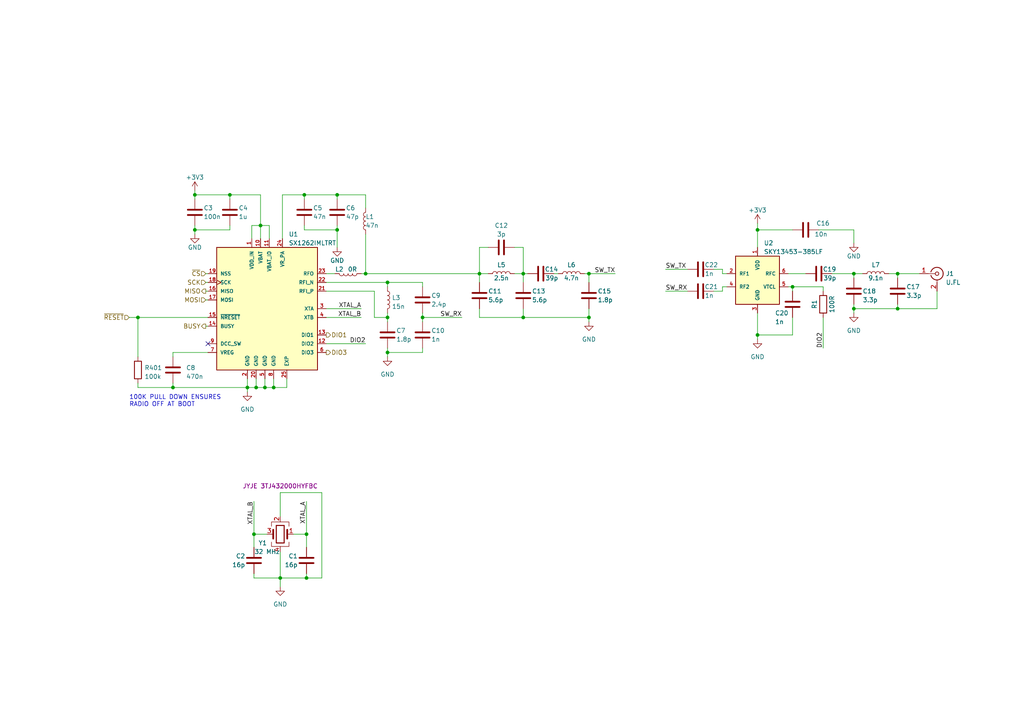
<source format=kicad_sch>
(kicad_sch (version 20230121) (generator eeschema)
  (paper "A4")
  (title_block (title "Digital Radio") (date "2023-06-05"))
  (lib_symbols
    (symbol "Capstone:SKY13453-385LF" (pin_names (offset 1.016))
      (property "Reference" "U" (at 0 8.89 0))
      (property "Value" "SKY13453-385LF" (at -2.54 -8.89 0))
      (symbol "SKY13453-385LF_0_0"
        (rectangle (start -10.16 7.62) (end 2.54 -6.35) (stroke (width 0.254)) (fill (type background)))
      )
      (symbol "SKY13453-385LF_1_0"
        (pin power_in line (at -3.81 10.16 270) (length 2.54) (name "VDD") (number "1"))
        (pin bidirectional line (at -12.7 2.54 0) (length 2.54) (name "RF1") (number "2"))
        (pin power_in line (at -3.81 -8.89 90) (length 2.54) (name "GND") (number "3"))
        (pin bidirectional line (at -12.7 -1.27 0) (length 2.54) (name "RF2") (number "4"))
        (pin passive line (at 5.08 -1.27 180) (length 2.54) (name "VTCL") (number "5"))
        (pin bidirectional line (at 5.08 2.54 180) (length 2.54) (name "RFC") (number "6"))
      )
    )
    (symbol "Capstone:SX1262IMLTRT" (pin_names (offset 1.016))
      (property "Reference" "U" (at -13.97 6.35 0))
      (property "Value" "SX1262IMLTRT" (at 5.08 6.35 0))
      (symbol "SX1262IMLTRT_0_0"
        (rectangle (start -13.97 5.08) (end 15.24 -30.48) (stroke (width 0.254)) (fill (type background)))
      )
      (symbol "SX1262IMLTRT_1_0"
        (pin input line (at -3.81 7.62 270) (length 2.54) (name "VDD_IN") (number "1"))
        (pin power_in line (at -1.27 7.62 270) (length 2.54) (name "VBAT") (number "10"))
        (pin power_in line (at 1.27 7.62 270) (length 2.54) (name "VBAT_IO") (number "11"))
        (pin bidirectional line (at 17.78 -22.86 180) (length 2.54) (name "DIO2") (number "12"))
        (pin bidirectional line (at 17.78 -20.32 180) (length 2.54) (name "DIO1") (number "13"))
        (pin bidirectional line (at -16.51 -17.78 0) (length 2.54) (name "BUSY") (number "14"))
        (pin bidirectional line (at -16.51 -15.24 0) (length 2.54) (name "~{NRESET}") (number "15"))
        (pin output line (at -16.51 -7.62 0) (length 2.54) (name "MISO") (number "16"))
        (pin input line (at -16.51 -10.16 0) (length 2.54) (name "MOSI") (number "17"))
        (pin input clock (at -16.51 -5.08 0) (length 2.54) (name "SCK") (number "18"))
        (pin input line (at -16.51 -2.54 0) (length 2.54) (name "NSS") (number "19"))
        (pin power_in line (at -5.08 -33.02 90) (length 2.54) (name "GND") (number "2"))
        (pin power_in line (at -2.54 -33.02 90) (length 2.54) (name "GND") (number "20"))
        (pin input line (at 17.78 -7.62 180) (length 2.54) (name "RFI_P") (number "21"))
        (pin input line (at 17.78 -5.08 180) (length 2.54) (name "RFI_N") (number "22"))
        (pin output line (at 17.78 -2.54 180) (length 2.54) (name "RFO") (number "23"))
        (pin power_in line (at 5.08 7.62 270) (length 2.54) (name "VR_PA") (number "24"))
        (pin power_in line (at 6.35 -33.02 90) (length 2.54) (name "EXP") (number "25"))
        (pin bidirectional line (at 17.78 -12.7 180) (length 2.54) (name "XTA") (number "3"))
        (pin bidirectional line (at 17.78 -15.24 180) (length 2.54) (name "XTB") (number "4"))
        (pin power_in line (at 0 -33.02 90) (length 2.54) (name "GND") (number "5"))
        (pin bidirectional line (at 17.78 -25.4 180) (length 2.54) (name "DIO3") (number "6"))
        (pin output line (at -16.51 -25.4 0) (length 2.54) (name "VREG") (number "7"))
        (pin power_in line (at 2.54 -33.02 90) (length 2.54) (name "GND") (number "8"))
        (pin output line (at -16.51 -22.86 0) (length 2.54) (name "DCC_SW") (number "9"))
      )
    )
    (symbol "Connector:Conn_Coaxial" (pin_names (offset 1.016) hide)
      (property "Reference" "J" (at 0.254 3.048 0))
      (property "Value" "Conn_Coaxial" (at 2.921 0 90))
      (symbol "Conn_Coaxial_0_1"
        (arc (start -1.778 -0.508) (mid 0.2311 -1.8066) (end 1.778 0) (stroke (width 0.254)))
        (polyline (pts (xy -2.54 0) (xy -0.508 0)))
        (polyline (pts (xy 0 -2.54) (xy 0 -1.778)))
        (circle (center 0 0) (radius 0.508) (stroke (width 0.2032)))
        (arc (start 1.778 0) (mid 0.2099 1.8101) (end -1.778 0.508) (stroke (width 0.254)))
      )
      (symbol "Conn_Coaxial_1_1"
        (pin passive line (at -5.08 0 0) (length 2.54) (name "In") (number "1"))
        (pin passive line (at 0 -5.08 90) (length 2.54) (name "Ext") (number "2"))
      )
    )
    (symbol "Device:C" (pin_numbers hide) (pin_names (offset 0.254))
      (property "Reference" "C" (at 0.635 2.54 0))
      (property "Value" "C" (at 0.635 -2.54 0))
      (symbol "C_0_1"
        (polyline (pts (xy -2.032 -0.762) (xy 2.032 -0.762)) (stroke (width 0.508)))
        (polyline (pts (xy -2.032 0.762) (xy 2.032 0.762)) (stroke (width 0.508)))
      )
      (symbol "C_1_1"
        (pin passive line (at 0 3.81 270) (length 2.794) (name "~") (number "1"))
        (pin passive line (at 0 -3.81 90) (length 2.794) (name "~") (number "2"))
      )
    )
    (symbol "Device:Crystal_GND24" (pin_names (offset 1.016) hide)
      (property "Reference" "Y" (at 3.175 5.08 0))
      (property "Value" "Crystal_GND24" (at 3.175 3.175 0))
      (symbol "Crystal_GND24_0_1"
        (rectangle (start -1.143 2.54) (end 1.143 -2.54) (stroke (width 0.3048)))
        (polyline (pts (xy -2.54 0) (xy -2.032 0)))
        (polyline (pts (xy -2.032 -1.27) (xy -2.032 1.27)) (stroke (width 0.508)))
        (polyline (pts (xy 0 -3.81) (xy 0 -3.556)))
        (polyline (pts (xy 0 3.556) (xy 0 3.81)))
        (polyline (pts (xy 2.032 -1.27) (xy 2.032 1.27)) (stroke (width 0.508)))
        (polyline (pts (xy 2.032 0) (xy 2.54 0)))
        (polyline (pts (xy -2.54 -2.286) (xy -2.54 -3.556) (xy 2.54 -3.556) (xy 2.54 -2.286)))
        (polyline (pts (xy -2.54 2.286) (xy -2.54 3.556) (xy 2.54 3.556) (xy 2.54 2.286)))
      )
      (symbol "Crystal_GND24_1_1"
        (pin passive line (at -3.81 0 0) (length 1.27) (name "1") (number "1"))
        (pin passive line (at 0 5.08 270) (length 1.27) (name "2") (number "2"))
        (pin passive line (at 3.81 0 180) (length 1.27) (name "3") (number "3"))
        (pin passive line (at 0 -5.08 90) (length 1.27) (name "4") (number "4"))
      )
    )
    (symbol "Device:L" (pin_numbers hide) (pin_names (offset 1.016) hide)
      (property "Reference" "L" (at -1.27 0 90))
      (property "Value" "L" (at 1.905 0 90))
      (symbol "L_0_1"
        (arc (start 0 -2.54) (mid 0.6323 -1.905) (end 0 -1.27))
        (arc (start 0 -1.27) (mid 0.6323 -0.635) (end 0 0))
        (arc (start 0 0) (mid 0.6323 0.635) (end 0 1.27))
        (arc (start 0 1.27) (mid 0.6323 1.905) (end 0 2.54))
      )
      (symbol "L_1_1"
        (pin passive line (at 0 3.81 270) (length 1.27) (name "1") (number "1"))
        (pin passive line (at 0 -3.81 90) (length 1.27) (name "2") (number "2"))
      )
    )
    (symbol "Device:R" (pin_numbers hide) (pin_names (offset 0))
      (property "Reference" "R" (at 2.032 0 90))
      (property "Value" "R" (at 0 0 90))
      (symbol "R_0_1"
        (rectangle (start -1.016 -2.54) (end 1.016 2.54) (stroke (width 0.254)))
      )
      (symbol "R_1_1"
        (pin passive line (at 0 3.81 270) (length 1.27) (name "~") (number "1"))
        (pin passive line (at 0 -3.81 90) (length 1.27) (name "~") (number "2"))
      )
    )
    (symbol "power:+3V3" (power) (pin_names (offset 0))
      (property "Value" "+3V3" (at 0 3.556 0))
      (symbol "+3V3_0_1"
        (polyline (pts (xy -0.762 1.27) (xy 0 2.54)))
        (polyline (pts (xy 0 0) (xy 0 2.54)))
        (polyline (pts (xy 0 2.54) (xy 0.762 1.27)))
      )
      (symbol "+3V3_1_1"
        (pin power_in line (at 0 0 90) (length 0) hide (name "+3V3") (number "1"))
      )
    )
    (symbol "power:GND" (power) (pin_names (offset 0))
      (property "Value" "GND" (at 0 -3.81 0))
      (symbol "GND_0_1"
        (polyline (pts (xy 0 0) (xy 0 -1.27) (xy 1.27 -1.27) (xy 0 -2.54) (xy -1.27 -1.27) (xy 0 -1.27)))
      )
      (symbol "GND_1_1"
        (pin power_in line (at 0 0 270) (length 0) hide (name "GND") (number "1"))
      )
    )
  )
  (junction (at 79.375 112.395))
  (junction (at 247.65 79.375))
  (junction (at 151.765 79.375))
  (junction (at 74.295 112.395))
  (junction (at 76.835 112.395))
  (junction (at 260.35 79.375))
  (junction (at 56.515 56.515))
  (junction (at 112.395 81.915))
  (junction (at 66.675 56.515))
  (junction (at 97.79 66.675))
  (junction (at 112.395 102.235))
  (junction (at 219.71 66.675))
  (junction (at 139.065 79.375))
  (junction (at 151.765 92.075))
  (junction (at 81.28 167.64))
  (junction (at 260.35 89.535))
  (junction (at 88.9 154.94))
  (junction (at 50.165 112.395))
  (junction (at 97.79 56.515))
  (junction (at 40.005 92.075))
  (junction (at 229.87 83.185))
  (junction (at 112.395 92.075))
  (junction (at 170.815 79.375))
  (junction (at 106.045 79.375))
  (junction (at 56.515 66.675))
  (junction (at 88.265 56.515))
  (junction (at 122.555 92.075))
  (junction (at 71.755 112.395))
  (junction (at 219.71 97.155))
  (junction (at 73.66 154.94))
  (junction (at 247.65 89.535))
  (junction (at 170.815 92.075))
  (junction (at 75.565 65.405))
  (junction (at 88.9 167.64))
  (no_connect (at 60.325 99.695))
  (wire (pts (xy 76.835 109.855) (xy 76.835 112.395)))
  (wire (pts (xy 219.71 64.77) (xy 219.71 66.675)))
  (wire (pts (xy 85.09 154.94) (xy 88.9 154.94)))
  (wire (pts (xy 170.815 92.075) (xy 170.815 93.345)))
  (wire (pts (xy 149.225 71.755) (xy 151.765 71.755)))
  (wire (pts (xy 229.87 83.185) (xy 229.87 84.455)))
  (wire (pts (xy 37.465 92.075) (xy 40.005 92.075)))
  (wire (pts (xy 106.045 79.375) (xy 139.065 79.375)))
  (wire (pts (xy 71.755 109.855) (xy 71.755 112.395)))
  (wire (pts (xy 74.295 112.395) (xy 76.835 112.395)))
  (wire (pts (xy 50.165 102.235) (xy 50.165 103.505)))
  (wire (pts (xy 229.87 97.155) (xy 229.87 92.075)))
  (wire (pts (xy 219.71 90.805) (xy 219.71 97.155)))
  (wire (pts (xy 122.555 92.075) (xy 122.555 93.345)))
  (wire (pts (xy 207.01 78.105) (xy 209.55 78.105)))
  (wire (pts (xy 122.555 81.915) (xy 122.555 83.185)))
  (wire (pts (xy 238.76 92.075) (xy 238.76 100.965)))
  (wire (pts (xy 94.615 89.535) (xy 104.775 89.535)))
  (wire (pts (xy 97.79 57.785) (xy 97.79 56.515)))
  (wire (pts (xy 139.065 71.755) (xy 141.605 71.755)))
  (wire (pts (xy 106.045 56.515) (xy 106.045 60.325)))
  (wire (pts (xy 151.765 71.755) (xy 151.765 79.375)))
  (wire (pts (xy 139.065 71.755) (xy 139.065 79.375)))
  (wire (pts (xy 151.765 92.075) (xy 170.815 92.075)))
  (wire (pts (xy 112.395 102.235) (xy 112.395 103.505)))
  (wire (pts (xy 81.915 56.515) (xy 81.915 69.215)))
  (wire (pts (xy 97.79 66.675) (xy 97.79 71.755)))
  (wire (pts (xy 59.69 81.915) (xy 60.325 81.915)))
  (wire (pts (xy 139.065 79.375) (xy 139.065 81.915)))
  (wire (pts (xy 59.69 86.995) (xy 60.325 86.995)))
  (wire (pts (xy 210.82 79.375) (xy 209.55 79.375)))
  (wire (pts (xy 228.6 79.375) (xy 233.68 79.375)))
  (wire (pts (xy 209.55 84.455) (xy 209.55 83.185)))
  (wire (pts (xy 219.71 97.155) (xy 229.87 97.155)))
  (wire (pts (xy 112.395 102.235) (xy 122.555 102.235)))
  (wire (pts (xy 106.045 67.945) (xy 106.045 79.375)))
  (wire (pts (xy 73.66 145.415) (xy 73.66 154.94)))
  (wire (pts (xy 88.265 66.675) (xy 97.79 66.675)))
  (wire (pts (xy 40.005 103.505) (xy 40.005 92.075)))
  (wire (pts (xy 59.69 94.615) (xy 60.325 94.615)))
  (wire (pts (xy 139.065 89.535) (xy 139.065 92.075)))
  (wire (pts (xy 112.395 100.965) (xy 112.395 102.235)))
  (wire (pts (xy 77.47 154.94) (xy 73.66 154.94)))
  (wire (pts (xy 81.28 142.875) (xy 81.28 149.86)))
  (wire (pts (xy 207.01 84.455) (xy 209.55 84.455)))
  (wire (pts (xy 83.185 112.395) (xy 79.375 112.395)))
  (wire (pts (xy 237.49 66.675) (xy 247.65 66.675)))
  (wire (pts (xy 247.65 79.375) (xy 250.19 79.375)))
  (wire (pts (xy 71.755 112.395) (xy 74.295 112.395)))
  (wire (pts (xy 93.345 167.64) (xy 88.9 167.64)))
  (wire (pts (xy 149.225 79.375) (xy 151.765 79.375)))
  (wire (pts (xy 79.375 109.855) (xy 79.375 112.395)))
  (wire (pts (xy 238.76 83.185) (xy 238.76 84.455)))
  (wire (pts (xy 81.28 167.64) (xy 81.28 170.18)))
  (wire (pts (xy 161.925 79.375) (xy 160.655 79.375)))
  (wire (pts (xy 75.565 65.405) (xy 75.565 69.215)))
  (wire (pts (xy 241.3 79.375) (xy 247.65 79.375)))
  (wire (pts (xy 88.9 166.37) (xy 88.9 167.64)))
  (wire (pts (xy 108.585 84.455) (xy 108.585 92.075)))
  (wire (pts (xy 73.66 154.94) (xy 73.66 158.75)))
  (wire (pts (xy 122.555 100.965) (xy 122.555 102.235)))
  (wire (pts (xy 257.81 79.375) (xy 260.35 79.375)))
  (wire (pts (xy 74.295 109.855) (xy 74.295 112.395)))
  (wire (pts (xy 59.69 79.375) (xy 60.325 79.375)))
  (wire (pts (xy 209.55 83.185) (xy 210.82 83.185)))
  (wire (pts (xy 73.025 65.405) (xy 75.565 65.405)))
  (wire (pts (xy 75.565 65.405) (xy 78.105 65.405)))
  (wire (pts (xy 247.65 89.535) (xy 260.35 89.535)))
  (wire (pts (xy 209.55 79.375) (xy 209.55 78.105)))
  (wire (pts (xy 94.615 81.915) (xy 112.395 81.915)))
  (wire (pts (xy 260.35 80.645) (xy 260.35 79.375)))
  (wire (pts (xy 97.79 65.405) (xy 97.79 66.675)))
  (wire (pts (xy 94.615 92.075) (xy 104.775 92.075)))
  (wire (pts (xy 247.65 79.375) (xy 247.65 80.645)))
  (wire (pts (xy 50.165 111.125) (xy 50.165 112.395)))
  (wire (pts (xy 219.71 66.675) (xy 219.71 71.755)))
  (wire (pts (xy 151.765 89.535) (xy 151.765 92.075)))
  (wire (pts (xy 193.04 78.105) (xy 199.39 78.105)))
  (wire (pts (xy 56.515 56.515) (xy 66.675 56.515)))
  (wire (pts (xy 139.065 92.075) (xy 151.765 92.075)))
  (wire (pts (xy 247.65 66.675) (xy 247.65 70.485)))
  (wire (pts (xy 271.78 89.535) (xy 260.35 89.535)))
  (wire (pts (xy 56.515 56.515) (xy 56.515 57.785)))
  (wire (pts (xy 83.185 109.855) (xy 83.185 112.395)))
  (wire (pts (xy 93.345 167.64) (xy 93.345 142.875)))
  (wire (pts (xy 153.035 79.375) (xy 151.765 79.375)))
  (wire (pts (xy 88.9 167.64) (xy 81.28 167.64)))
  (wire (pts (xy 88.9 145.415) (xy 88.9 154.94)))
  (wire (pts (xy 151.765 79.375) (xy 151.765 81.915)))
  (wire (pts (xy 66.675 56.515) (xy 66.675 57.785)))
  (wire (pts (xy 228.6 83.185) (xy 229.87 83.185)))
  (wire (pts (xy 73.66 166.37) (xy 73.66 167.64)))
  (wire (pts (xy 60.325 102.235) (xy 50.165 102.235)))
  (wire (pts (xy 193.04 84.455) (xy 199.39 84.455)))
  (wire (pts (xy 66.675 56.515) (xy 75.565 56.515)))
  (wire (pts (xy 170.815 79.375) (xy 170.815 81.915)))
  (wire (pts (xy 122.555 90.805) (xy 122.555 92.075)))
  (wire (pts (xy 219.71 66.675) (xy 229.87 66.675)))
  (wire (pts (xy 40.005 112.395) (xy 50.165 112.395)))
  (wire (pts (xy 88.265 56.515) (xy 88.265 57.785)))
  (wire (pts (xy 112.395 81.915) (xy 112.395 83.185)))
  (wire (pts (xy 94.615 84.455) (xy 108.585 84.455)))
  (wire (pts (xy 122.555 92.075) (xy 133.985 92.075)))
  (wire (pts (xy 66.675 65.405) (xy 66.675 66.675)))
  (wire (pts (xy 71.755 112.395) (xy 71.755 113.665)))
  (wire (pts (xy 56.515 65.405) (xy 56.515 66.675)))
  (wire (pts (xy 76.835 112.395) (xy 79.375 112.395)))
  (wire (pts (xy 170.815 79.375) (xy 178.435 79.375)))
  (wire (pts (xy 56.515 66.675) (xy 56.515 67.945)))
  (wire (pts (xy 56.515 55.245) (xy 56.515 56.515)))
  (wire (pts (xy 97.79 56.515) (xy 106.045 56.515)))
  (wire (pts (xy 271.78 84.455) (xy 271.78 89.535)))
  (wire (pts (xy 94.615 99.695) (xy 106.045 99.695)))
  (wire (pts (xy 88.265 65.405) (xy 88.265 66.675)))
  (wire (pts (xy 247.65 88.265) (xy 247.65 89.535)))
  (wire (pts (xy 81.915 56.515) (xy 88.265 56.515)))
  (wire (pts (xy 94.615 79.375) (xy 97.155 79.375)))
  (wire (pts (xy 56.515 66.675) (xy 66.675 66.675)))
  (wire (pts (xy 75.565 65.405) (xy 75.565 56.515)))
  (wire (pts (xy 50.165 112.395) (xy 71.755 112.395)))
  (wire (pts (xy 260.35 89.535) (xy 260.35 88.265)))
  (wire (pts (xy 88.265 56.515) (xy 97.79 56.515)))
  (wire (pts (xy 81.28 167.64) (xy 73.66 167.64)))
  (wire (pts (xy 40.005 92.075) (xy 60.325 92.075)))
  (wire (pts (xy 112.395 81.915) (xy 122.555 81.915)))
  (wire (pts (xy 40.005 111.125) (xy 40.005 112.395)))
  (wire (pts (xy 219.71 97.155) (xy 219.71 98.425)))
  (wire (pts (xy 78.105 65.405) (xy 78.105 69.215)))
  (wire (pts (xy 169.545 79.375) (xy 170.815 79.375)))
  (wire (pts (xy 112.395 90.805) (xy 112.395 92.075)))
  (wire (pts (xy 247.65 89.535) (xy 247.65 90.805)))
  (wire (pts (xy 93.345 142.875) (xy 81.28 142.875)))
  (wire (pts (xy 104.775 79.375) (xy 106.045 79.375)))
  (wire (pts (xy 73.025 65.405) (xy 73.025 69.215)))
  (wire (pts (xy 59.69 84.455) (xy 60.325 84.455)))
  (wire (pts (xy 81.28 160.02) (xy 81.28 167.64)))
  (wire (pts (xy 139.065 79.375) (xy 141.605 79.375)))
  (wire (pts (xy 260.35 79.375) (xy 266.7 79.375)))
  (wire (pts (xy 88.9 154.94) (xy 88.9 158.75)))
  (wire (pts (xy 112.395 92.075) (xy 112.395 93.345)))
  (wire (pts (xy 229.87 83.185) (xy 238.76 83.185)))
  (wire (pts (xy 170.815 92.075) (xy 170.815 89.535)))
  (wire (pts (xy 108.585 92.075) (xy 112.395 92.075)))
  (text "100K PULL DOWN ENSURES\nRADIO OFF AT BOOT" (at 37.465 118.11 0) (effects (font (size 1.27 1.27)) (justify left bottom)))
  (label "XTAL_B" (at 104.775 92.075 180))
  (label "XTAL_A" (at 88.9 145.415 270))
  (label "SW_TX" (at 178.435 79.375 180))
  (label "SW_RX" (at 193.04 84.455 0))
  (label "DIO2" (at 238.76 100.965 90))
  (label "SW_TX" (at 193.04 78.105 0))
  (label "DIO2" (at 106.045 99.695 180))
  (label "XTAL_B" (at 73.66 145.415 270))
  (label "XTAL_A" (at 104.775 89.535 180))
  (label "SW_RX" (at 133.985 92.075 180))
  (hierarchical_label "BUSY" (shape output) (at 59.69 94.615 180))
  (hierarchical_label "DIO1" (shape output) (at 94.615 97.155 0))
  (hierarchical_label "~{RESET}" (shape input) (at 37.465 92.075 180))
  (hierarchical_label "~{CS}" (shape input) (at 59.69 79.375 180))
  (hierarchical_label "DIO3" (shape output) (at 94.615 102.235 0))
  (hierarchical_label "SCK" (shape input) (at 59.69 81.915 180))
  (hierarchical_label "MISO" (shape output) (at 59.69 84.455 180))
  (hierarchical_label "MOSI" (shape input) (at 59.69 86.995 180))
  (symbol (lib_id "Device:C") (at 156.845 79.375 270) (unit 1)
    (property "Reference" "C14" (at 161.925 78.105 90) (effects (justify right)))
    (property "Value" "39p" (at 161.925 80.645 90) (effects (justify right)))
    (property "Footprint" "Capacitor_SMD:C_0402_1005Metric" (effects hide))
    (instances (project "low-power" (path "" (reference "C14") (unit 1)) (path "" (reference "C414") (unit 1))))
  )
  (symbol (lib_id "Device:L") (at 100.965 79.375 270) (unit 1)
    (property "Reference" "L2" (at 98.425 78.105 90))
    (property "Value" "0R" (at 102.235 78.105 90))
    (property "Footprint" "Inductor_SMD:L_0402_1005Metric" (effects hide))
    (instances (project "low-power" (path "" (reference "L2") (unit 1)) (path "" (reference "L402") (unit 1))))
  )
  (symbol (lib_id "power:GND") (at 247.65 90.805 0) (unit 1)
    (property "Reference" "#PWR09" (effects hide))
    (property "Value" "GND" (at 247.65 95.885 0))
    (instances (project "low-power" (path "" (reference "#PWR09") (unit 1)) (path "" (reference "#PWR0410") (unit 1))))
  )
  (symbol (lib_id "power:GND") (at 56.515 67.945 0) (unit 1)
    (property "Reference" "#PWR04" (effects hide))
    (property "Value" "GND" (at 56.515 71.755 0))
    (instances (project "low-power" (path "" (reference "#PWR04") (unit 1)) (path "" (reference "#PWR0402") (unit 1))))
  )
  (symbol (lib_id "Device:L") (at 106.045 64.135 180) (unit 1)
    (property "Reference" "L1" (at 106.045 62.865 0) (effects (justify right)))
    (property "Value" "47n" (at 106.045 65.405 0) (effects (justify right)))
    (property "Footprint" "Inductor_SMD:L_0402_1005Metric" (effects hide))
    (instances (project "low-power" (path "" (reference "L1") (unit 1)) (path "" (reference "L403") (unit 1))))
  )
  (symbol (lib_id "Device:C") (at 260.35 84.455 180) (unit 1)
    (property "Reference" "C17" (at 262.89 83.185 0) (effects (justify right)))
    (property "Value" "3.3p" (at 262.89 85.725 0) (effects (justify right)))
    (property "Footprint" "Capacitor_SMD:C_0402_1005Metric" (effects hide))
    (instances (project "low-power" (path "" (reference "C17") (unit 1)) (path "" (reference "C422") (unit 1))))
  )
  (symbol (lib_id "Device:R") (at 40.005 107.315 0) (unit 1)
    (property "Reference" "R401" (at 41.91 106.68 0) (effects (justify left)))
    (property "Value" "100k" (at 41.91 109.22 0) (effects (justify left)))
    (property "Footprint" "Resistor_SMD:R_0201_0603Metric" (effects hide))
  )
  (symbol (lib_id "Device:C") (at 73.66 162.56 0) (mirror y) (unit 1)
    (property "Reference" "C2" (at 71.12 161.29 0) (effects (justify left)))
    (property "Value" "16p" (at 71.12 163.83 0) (effects (justify left)))
    (property "Footprint" "Capacitor_SMD:C_0201_0603Metric" (effects hide))
    (instances (project "low-power" (path "" (reference "C2") (unit 1)) (path "" (reference "C404") (unit 1))))
  )
  (symbol (lib_id "power:+3V3") (at 56.515 55.245 0) (unit 1)
    (property "Reference" "#PWR0401" (effects hide))
    (property "Value" "+3V3" (at 56.515 51.435 0))
  )
  (symbol (lib_id "Device:C") (at 56.515 61.595 0) (unit 1)
    (property "Reference" "C3" (at 59.055 60.325 0) (effects (justify left)))
    (property "Value" "100n" (at 59.055 62.865 0) (effects (justify left)))
    (property "Footprint" "Capacitor_SMD:C_0201_0603Metric" (effects hide))
    (instances (project "low-power" (path "" (reference "C3") (unit 1)) (path "" (reference "C402") (unit 1))))
  )
  (symbol (lib_id "Device:C") (at 88.265 61.595 0) (unit 1)
    (property "Reference" "C5" (at 90.805 60.325 0) (effects (justify left)))
    (property "Value" "47n" (at 90.805 62.865 0) (effects (justify left)))
    (property "Footprint" "Capacitor_SMD:C_0402_1005Metric" (effects hide))
    (instances (project "low-power" (path "" (reference "C5") (unit 1)) (path "" (reference "C405") (unit 1))))
  )
  (symbol (lib_id "Device:C") (at 170.815 85.725 180) (unit 1)
    (property "Reference" "C15" (at 173.355 84.455 0) (effects (justify right)))
    (property "Value" "1.8p" (at 173.355 86.995 0) (effects (justify right)))
    (property "Footprint" "Capacitor_SMD:C_0402_1005Metric" (effects hide))
    (instances (project "low-power" (path "" (reference "C15") (unit 1)) (path "" (reference "C415") (unit 1))))
  )
  (symbol (lib_id "power:GND") (at 247.65 70.485 0) (unit 1)
    (property "Reference" "#PWR010" (effects hide))
    (property "Value" "GND" (at 247.65 74.295 0))
    (instances (project "low-power" (path "" (reference "#PWR010") (unit 1)) (path "" (reference "#PWR0409") (unit 1))))
  )
  (symbol (lib_id "Device:C") (at 229.87 88.265 180) (unit 1)
    (property "Reference" "C20" (at 224.79 90.805 0) (effects (justify right)))
    (property "Value" "1n" (at 224.79 93.345 0) (effects (justify right)))
    (property "Footprint" "Capacitor_SMD:C_0201_0603Metric" (effects hide))
    (instances (project "low-power" (path "" (reference "C20") (unit 1)) (path "" (reference "C418") (unit 1))))
  )
  (symbol (lib_id "Device:L") (at 112.395 86.995 0) (unit 1)
    (property "Reference" "L3" (at 113.665 86.36 0) (effects (justify left)))
    (property "Value" "15n" (at 113.665 88.9 0) (effects (justify left)))
    (property "Footprint" "Inductor_SMD:L_0402_1005Metric" (effects hide))
    (instances (project "low-power" (path "" (reference "L3") (unit 1)) (path "" (reference "L404") (unit 1))))
  )
  (symbol (lib_id "Device:C") (at 203.2 78.105 270) (unit 1)
    (property "Reference" "C22" (at 208.28 76.835 90) (effects (justify right)))
    (property "Value" "1n" (at 207.01 79.375 90) (effects (justify right)))
    (property "Footprint" "Capacitor_SMD:C_0402_1005Metric" (effects hide))
    (instances (project "low-power" (path "" (reference "C22") (unit 1)) (path "" (reference "C416") (unit 1))))
  )
  (symbol (lib_id "Device:C") (at 237.49 79.375 270) (unit 1)
    (property "Reference" "C19" (at 242.57 78.105 90) (effects (justify right)))
    (property "Value" "39p" (at 242.57 80.645 90) (effects (justify right)))
    (property "Footprint" "Capacitor_SMD:C_0402_1005Metric" (effects hide))
    (instances (project "low-power" (path "" (reference "C19") (unit 1)) (path "" (reference "C420") (unit 1))))
  )
  (symbol (lib_id "power:GND") (at 97.79 71.755 0) (unit 1)
    (property "Reference" "#PWR05" (effects hide))
    (property "Value" "GND" (at 97.79 75.565 0))
    (instances (project "low-power" (path "" (reference "#PWR05") (unit 1)) (path "" (reference "#PWR0405") (unit 1))))
  )
  (symbol (lib_id "Device:C") (at 122.555 97.155 180) (unit 1)
    (property "Reference" "C10" (at 125.095 95.885 0) (effects (justify right)))
    (property "Value" "1n" (at 125.095 98.425 0) (effects (justify right)))
    (property "Footprint" "Capacitor_SMD:C_0402_1005Metric" (effects hide))
    (instances (project "low-power" (path "" (reference "C10") (unit 1)) (path "" (reference "C410") (unit 1))))
  )
  (symbol (lib_id "Device:L") (at 145.415 79.375 90) (unit 1)
    (property "Reference" "L5" (at 145.415 76.835 90))
    (property "Value" "2.5n" (at 145.415 80.645 90))
    (property "Footprint" "Inductor_SMD:L_0402_1005Metric" (effects hide))
    (instances (project "low-power" (path "" (reference "L5") (unit 1)) (path "" (reference "L405") (unit 1))))
  )
  (symbol (lib_id "power:GND") (at 170.815 93.345 0) (unit 1)
    (property "Reference" "#PWR08" (effects hide))
    (property "Value" "GND" (at 170.815 98.425 0))
    (instances (project "low-power" (path "" (reference "#PWR08") (unit 1)) (path "" (reference "#PWR0407") (unit 1))))
  )
  (symbol (lib_id "Device:C") (at 233.68 66.675 90) (unit 1)
    (property "Reference" "C16" (at 240.665 64.77 90) (effects (justify left)))
    (property "Value" "10n" (at 240.03 67.945 90) (effects (justify left)))
    (property "Footprint" "Capacitor_SMD:C_0201_0603Metric" (effects hide))
    (instances (project "low-power" (path "" (reference "C16") (unit 1)) (path "" (reference "C419") (unit 1))))
  )
  (symbol (lib_id "Device:Crystal_GND24") (at 81.28 154.94 0) (mirror y) (unit 1)
    (property "Reference" "Y1" (at 76.2 157.48 0))
    (property "Value" "32 MHz" (at 77.47 160.02 0))
    (property "Footprint" "capstone:JYJE-3TJ432000HYFBC" (effects hide))
    (property "PN" "JYJE 3TJ432000HYFBC" (at 81.28 140.97 0))
    (instances (project "low-power" (path "" (reference "Y1") (unit 1)) (path "" (reference "Y401") (unit 1))))
  )
  (symbol (lib_id "power:+3V3") (at 219.71 64.77 0) (unit 1)
    (property "Reference" "#PWR0521" (effects hide))
    (property "Value" "+3V3" (at 219.71 60.96 0))
  )
  (symbol (lib_id "Device:C") (at 122.555 86.995 180) (unit 1)
    (property "Reference" "C9" (at 125.095 85.725 0) (effects (justify right)))
    (property "Value" "2.4p" (at 125.095 88.265 0) (effects (justify right)))
    (property "Footprint" "Capacitor_SMD:C_0402_1005Metric" (effects hide))
    (instances (project "low-power" (path "" (reference "C9") (unit 1)) (path "" (reference "C409") (unit 1))))
  )
  (symbol (lib_id "power:GND") (at 112.395 103.505 0) (unit 1)
    (property "Reference" "#PWR06" (effects hide))
    (property "Value" "GND" (at 112.395 108.585 0))
    (instances (project "low-power" (path "" (reference "#PWR06") (unit 1)) (path "" (reference "#PWR0406") (unit 1))))
  )
  (symbol (lib_id "power:GND") (at 219.71 98.425 0) (unit 1)
    (property "Reference" "#PWR07" (effects hide))
    (property "Value" "GND" (at 219.71 103.505 0))
    (instances (project "low-power" (path "" (reference "#PWR07") (unit 1)) (path "" (reference "#PWR0408") (unit 1))))
  )
  (symbol (lib_id "Device:C") (at 139.065 85.725 0) (unit 1)
    (property "Reference" "C11" (at 141.605 84.455 0) (effects (justify left)))
    (property "Value" "5.6p" (at 141.605 86.995 0) (effects (justify left)))
    (property "Footprint" "Capacitor_SMD:C_0402_1005Metric" (effects hide))
    (instances (project "low-power" (path "" (reference "C11") (unit 1)) (path "" (reference "C411") (unit 1))))
  )
  (symbol (lib_id "Device:C") (at 112.395 97.155 0) (unit 1)
    (property "Reference" "C7" (at 114.935 95.885 0) (effects (justify left)))
    (property "Value" "1.8p" (at 114.935 98.425 0) (effects (justify left)))
    (property "Footprint" "Capacitor_SMD:C_0402_1005Metric" (effects hide))
    (instances (project "low-power" (path "" (reference "C7") (unit 1)) (path "" (reference "C408") (unit 1))))
  )
  (symbol (lib_id "Device:C") (at 50.165 107.315 0) (unit 1)
    (property "Reference" "C8" (at 53.975 106.68 0) (effects (justify left)))
    (property "Value" "470n" (at 53.975 109.22 0) (effects (justify left)))
    (property "Footprint" "Capacitor_SMD:C_0402_1005Metric" (effects hide))
    (instances (project "low-power" (path "" (reference "C8") (unit 1)) (path "" (reference "C401") (unit 1))))
  )
  (symbol (lib_id "Device:C") (at 145.415 71.755 90) (unit 1)
    (property "Reference" "C12" (at 145.415 65.405 90))
    (property "Value" "3p" (at 145.415 67.945 90))
    (property "Footprint" "Capacitor_SMD:C_0402_1005Metric" (effects hide))
    (instances (project "low-power" (path "" (reference "C12") (unit 1)) (path "" (reference "C412") (unit 1))))
  )
  (symbol (lib_id "Device:C") (at 203.2 84.455 270) (unit 1)
    (property "Reference" "C21" (at 208.28 83.185 90) (effects (justify right)))
    (property "Value" "1n" (at 207.01 85.725 90) (effects (justify right)))
    (property "Footprint" "Capacitor_SMD:C_0402_1005Metric" (effects hide))
    (instances (project "low-power" (path "" (reference "C21") (unit 1)) (path "" (reference "C417") (unit 1))))
  )
  (symbol (lib_id "Device:C") (at 151.765 85.725 180) (unit 1)
    (property "Reference" "C13" (at 154.305 84.455 0) (effects (justify right)))
    (property "Value" "5.6p" (at 154.305 86.995 0) (effects (justify right)))
    (property "Footprint" "Capacitor_SMD:C_0402_1005Metric" (effects hide))
    (instances (project "low-power" (path "" (reference "C13") (unit 1)) (path "" (reference "C413") (unit 1))))
  )
  (symbol (lib_id "Device:L") (at 254 79.375 90) (unit 1)
    (property "Reference" "L7" (at 254 76.835 90))
    (property "Value" "9.1n" (at 254 80.645 90))
    (property "Footprint" "Inductor_SMD:L_0402_1005Metric" (effects hide))
    (instances (project "low-power" (path "" (reference "L7") (unit 1)) (path "" (reference "L407") (unit 1))))
  )
  (symbol (lib_id "Capstone:SKY13453-385LF") (at 223.52 81.915 0) (unit 1)
    (property "Reference" "U2" (at 221.5389 70.485 0) (effects (justify left)))
    (property "Value" "SKY13453-385LF" (at 221.5389 73.025 0) (effects (justify left)))
    (property "Footprint" "capstone:IC_SKY13453-385LF" (effects hide))
    (property "PARTREV" "February 11, 2020" (effects hide))
    (property "MANUFACTURER" "Skyworks" (effects hide))
    (property "MAXIMUM_PACKAGE_HEIGHT" "0.5 mm" (effects hide))
    (instances (project "low-power" (path "" (reference "U2") (unit 1)) (path "" (reference "U402") (unit 1))))
  )
  (symbol (lib_id "Device:C") (at 66.675 61.595 0) (unit 1)
    (property "Reference" "C4" (at 69.215 60.325 0) (effects (justify left)))
    (property "Value" "1u" (at 69.215 62.865 0) (effects (justify left)))
    (property "Footprint" "Capacitor_SMD:C_0402_1005Metric" (effects hide))
    (instances (project "low-power" (path "" (reference "C4") (unit 1)) (path "" (reference "C403") (unit 1))))
  )
  (symbol (lib_id "Device:L") (at 165.735 79.375 90) (unit 1)
    (property "Reference" "L6" (at 165.735 76.835 90))
    (property "Value" "4.7n" (at 165.735 80.645 90))
    (property "Footprint" "Inductor_SMD:L_0402_1005Metric" (effects hide))
    (instances (project "low-power" (path "" (reference "L6") (unit 1)) (path "" (reference "L406") (unit 1))))
  )
  (symbol (lib_id "Connector:Conn_Coaxial") (at 271.78 79.375 0) (unit 1)
    (property "Reference" "J1" (at 274.32 79.375 0) (effects (justify left)))
    (property "Value" "U.FL" (at 274.32 81.915 0) (effects (justify left)))
    (property "Footprint" "capstone:U.FL-R-SMT-1(60)" (effects hide))
    (property "Datasheet" " ~" (effects hide))
    (instances (project "low-power" (path "" (reference "J1") (unit 1)) (path "" (reference "J401") (unit 1))))
  )
  (symbol (lib_id "power:GND") (at 81.28 170.18 0) (mirror y) (unit 1)
    (property "Reference" "#PWR02" (effects hide))
    (property "Value" "GND" (at 81.28 175.26 0))
    (instances (project "low-power" (path "" (reference "#PWR02") (unit 1)) (path "" (reference "#PWR0404") (unit 1))))
  )
  (symbol (lib_id "Device:C") (at 88.9 162.56 0) (mirror y) (unit 1)
    (property "Reference" "C1" (at 86.36 161.29 0) (effects (justify left)))
    (property "Value" "16p" (at 86.36 163.83 0) (effects (justify left)))
    (property "Footprint" "Capacitor_SMD:C_0201_0603Metric" (effects hide))
    (instances (project "low-power" (path "" (reference "C1") (unit 1)) (path "" (reference "C406") (unit 1))))
  )
  (symbol (lib_id "Capstone:SX1262IMLTRT") (at 76.835 76.835 0) (unit 1)
    (property "Reference" "U1" (at 83.7439 67.945 0) (effects (justify left)))
    (property "Value" "SX1262IMLTRT" (at 83.7439 70.485 0) (effects (justify left)))
    (property "Footprint" "capstone:SX1262IMLTRT" (effects hide))
    (property "PARTREV" "1.1" (effects hide))
    (property "STANDARD" "IPC-7351B" (effects hide))
    (property "MANUFACTURER" "Semtech" (effects hide))
    (instances (project "low-power" (path "" (reference "U1") (unit 1)) (path "" (reference "U401") (unit 1))))
  )
  (symbol (lib_id "Device:C") (at 97.79 61.595 0) (unit 1)
    (property "Reference" "C6" (at 100.33 60.325 0) (effects (justify left)))
    (property "Value" "47p" (at 100.33 62.865 0) (effects (justify left)))
    (property "Footprint" "Capacitor_SMD:C_0402_1005Metric" (effects hide))
    (instances (project "low-power" (path "" (reference "C6") (unit 1)) (path "" (reference "C407") (unit 1))))
  )
  (symbol (lib_id "Device:C") (at 247.65 84.455 180) (unit 1)
    (property "Reference" "C18" (at 250.19 84.455 0) (effects (justify right)))
    (property "Value" "3.3p" (at 250.19 86.995 0) (effects (justify right)))
    (property "Footprint" "Capacitor_SMD:C_0402_1005Metric" (effects hide))
    (instances (project "low-power" (path "" (reference "C18") (unit 1)) (path "" (reference "C421") (unit 1))))
  )
  (symbol (lib_id "power:GND") (at 71.755 113.665 0) (unit 1)
    (property "Reference" "#PWR01" (effects hide))
    (property "Value" "GND" (at 71.755 118.745 0))
    (instances (project "low-power" (path "" (reference "#PWR01") (unit 1)) (path "" (reference "#PWR0403") (unit 1))))
  )
  (symbol (lib_id "Device:R") (at 238.76 88.265 180) (unit 1)
    (property "Reference" "R1" (at 236.22 88.265 90))
    (property "Value" "100R" (at 241.3 88.265 90))
    (property "Footprint" "Resistor_SMD:R_0201_0603Metric" (effects hide))
    (instances (project "low-power" (path "" (reference "R1") (unit 1)) (path "" (reference "R402") (unit 1))))
  )
)
</source>
